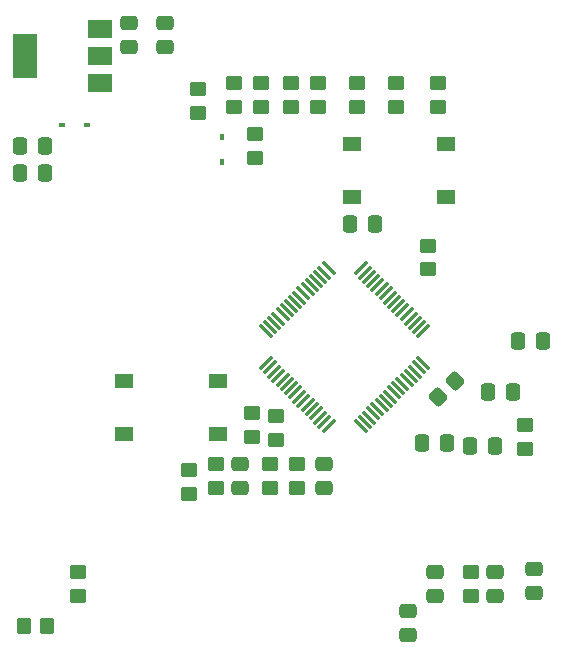
<source format=gtp>
%TF.GenerationSoftware,KiCad,Pcbnew,(6.0.4)*%
%TF.CreationDate,2022-04-18T09:54:31-07:00*%
%TF.ProjectId,stm32f091_project_condensed_v02,73746d33-3266-4303-9931-5f70726f6a65,v01*%
%TF.SameCoordinates,Original*%
%TF.FileFunction,Paste,Top*%
%TF.FilePolarity,Positive*%
%FSLAX46Y46*%
G04 Gerber Fmt 4.6, Leading zero omitted, Abs format (unit mm)*
G04 Created by KiCad (PCBNEW (6.0.4)) date 2022-04-18 09:54:31*
%MOMM*%
%LPD*%
G01*
G04 APERTURE LIST*
G04 Aperture macros list*
%AMRoundRect*
0 Rectangle with rounded corners*
0 $1 Rounding radius*
0 $2 $3 $4 $5 $6 $7 $8 $9 X,Y pos of 4 corners*
0 Add a 4 corners polygon primitive as box body*
4,1,4,$2,$3,$4,$5,$6,$7,$8,$9,$2,$3,0*
0 Add four circle primitives for the rounded corners*
1,1,$1+$1,$2,$3*
1,1,$1+$1,$4,$5*
1,1,$1+$1,$6,$7*
1,1,$1+$1,$8,$9*
0 Add four rect primitives between the rounded corners*
20,1,$1+$1,$2,$3,$4,$5,0*
20,1,$1+$1,$4,$5,$6,$7,0*
20,1,$1+$1,$6,$7,$8,$9,0*
20,1,$1+$1,$8,$9,$2,$3,0*%
G04 Aperture macros list end*
%ADD10RoundRect,0.250000X-0.337500X-0.475000X0.337500X-0.475000X0.337500X0.475000X-0.337500X0.475000X0*%
%ADD11RoundRect,0.250000X0.450000X-0.350000X0.450000X0.350000X-0.450000X0.350000X-0.450000X-0.350000X0*%
%ADD12RoundRect,0.250000X0.475000X-0.337500X0.475000X0.337500X-0.475000X0.337500X-0.475000X-0.337500X0*%
%ADD13RoundRect,0.250000X0.337500X0.475000X-0.337500X0.475000X-0.337500X-0.475000X0.337500X-0.475000X0*%
%ADD14R,0.450000X0.600000*%
%ADD15RoundRect,0.250000X-0.475000X0.337500X-0.475000X-0.337500X0.475000X-0.337500X0.475000X0.337500X0*%
%ADD16R,1.550000X1.300000*%
%ADD17RoundRect,0.250000X-0.450000X0.350000X-0.450000X-0.350000X0.450000X-0.350000X0.450000X0.350000X0*%
%ADD18RoundRect,0.075000X0.441942X0.548008X-0.548008X-0.441942X-0.441942X-0.548008X0.548008X0.441942X0*%
%ADD19RoundRect,0.075000X-0.441942X0.548008X-0.548008X0.441942X0.441942X-0.548008X0.548008X-0.441942X0*%
%ADD20R,2.000000X1.500000*%
%ADD21R,2.000000X3.800000*%
%ADD22RoundRect,0.250000X0.350000X0.450000X-0.350000X0.450000X-0.350000X-0.450000X0.350000X-0.450000X0*%
%ADD23R,0.600000X0.450000*%
%ADD24RoundRect,0.250000X0.070711X-0.565685X0.565685X-0.070711X-0.070711X0.565685X-0.565685X0.070711X0*%
G04 APERTURE END LIST*
D10*
%TO.C,C20*%
X134616120Y-116256760D03*
X136691120Y-116256760D03*
%TD*%
D11*
%TO.C,R18*%
X120921620Y-96428760D03*
X120921620Y-94428760D03*
%TD*%
D12*
%TO.C,C15*%
X132605620Y-137868260D03*
X132605620Y-135793260D03*
%TD*%
D13*
%TO.C,C4*%
X94527120Y-99746760D03*
X92452120Y-99746760D03*
%TD*%
D14*
%TO.C,D5*%
X109491620Y-101050760D03*
X109491620Y-98950760D03*
%TD*%
D10*
%TO.C,C16*%
X126488120Y-124892760D03*
X128563120Y-124892760D03*
%TD*%
D15*
%TO.C,C12*%
X118127620Y-126649260D03*
X118127620Y-128724260D03*
%TD*%
D16*
%TO.C,SW1*%
X101193620Y-124094760D03*
X109153620Y-124094760D03*
X109153620Y-119594760D03*
X101193620Y-119594760D03*
%TD*%
D11*
%TO.C,R3*%
X108983620Y-128686760D03*
X108983620Y-126686760D03*
%TD*%
D17*
%TO.C,R4*%
X106697620Y-127194760D03*
X106697620Y-129194760D03*
%TD*%
D11*
%TO.C,R8*%
X115841620Y-128686760D03*
X115841620Y-126686760D03*
%TD*%
D16*
%TO.C,SW2*%
X120497620Y-99528760D03*
X128457620Y-99528760D03*
X120497620Y-104028760D03*
X128457620Y-104028760D03*
%TD*%
D17*
%TO.C,R9*%
X130573620Y-135830760D03*
X130573620Y-137830760D03*
%TD*%
%TO.C,R5*%
X113555620Y-126686760D03*
X113555620Y-128686760D03*
%TD*%
%TO.C,R11*%
X107459620Y-94936760D03*
X107459620Y-96936760D03*
%TD*%
D10*
%TO.C,C19*%
X132076120Y-120574760D03*
X134151120Y-120574760D03*
%TD*%
D12*
%TO.C,C11*%
X125239620Y-141170260D03*
X125239620Y-139095260D03*
%TD*%
D18*
%TO.C,U3*%
X126570101Y-115403579D03*
X126216548Y-115050026D03*
X125862995Y-114696473D03*
X125509441Y-114342919D03*
X125155888Y-113989366D03*
X124802334Y-113635812D03*
X124448781Y-113282259D03*
X124095228Y-112928706D03*
X123741674Y-112575152D03*
X123388121Y-112221599D03*
X123034568Y-111868046D03*
X122681014Y-111514492D03*
X122327461Y-111160939D03*
X121973907Y-110807385D03*
X121620354Y-110453832D03*
X121266801Y-110100279D03*
D19*
X118544439Y-110100279D03*
X118190886Y-110453832D03*
X117837333Y-110807385D03*
X117483779Y-111160939D03*
X117130226Y-111514492D03*
X116776672Y-111868046D03*
X116423119Y-112221599D03*
X116069566Y-112575152D03*
X115716012Y-112928706D03*
X115362459Y-113282259D03*
X115008906Y-113635812D03*
X114655352Y-113989366D03*
X114301799Y-114342919D03*
X113948245Y-114696473D03*
X113594692Y-115050026D03*
X113241139Y-115403579D03*
D18*
X113241139Y-118125941D03*
X113594692Y-118479494D03*
X113948245Y-118833047D03*
X114301799Y-119186601D03*
X114655352Y-119540154D03*
X115008906Y-119893708D03*
X115362459Y-120247261D03*
X115716012Y-120600814D03*
X116069566Y-120954368D03*
X116423119Y-121307921D03*
X116776672Y-121661474D03*
X117130226Y-122015028D03*
X117483779Y-122368581D03*
X117837333Y-122722135D03*
X118190886Y-123075688D03*
X118544439Y-123429241D03*
D19*
X121266801Y-123429241D03*
X121620354Y-123075688D03*
X121973907Y-122722135D03*
X122327461Y-122368581D03*
X122681014Y-122015028D03*
X123034568Y-121661474D03*
X123388121Y-121307921D03*
X123741674Y-120954368D03*
X124095228Y-120600814D03*
X124448781Y-120247261D03*
X124802334Y-119893708D03*
X125155888Y-119540154D03*
X125509441Y-119186601D03*
X125862995Y-118833047D03*
X126216548Y-118479494D03*
X126570101Y-118125941D03*
%TD*%
D11*
%TO.C,R6*%
X112031620Y-124368760D03*
X112031620Y-122368760D03*
%TD*%
%TO.C,R19*%
X124223620Y-96428760D03*
X124223620Y-94428760D03*
%TD*%
D10*
%TO.C,C23*%
X120392120Y-106350760D03*
X122467120Y-106350760D03*
%TD*%
D13*
%TO.C,C2*%
X94527120Y-102032760D03*
X92452120Y-102032760D03*
%TD*%
D11*
%TO.C,R20*%
X127779620Y-96428760D03*
X127779620Y-94428760D03*
%TD*%
D20*
%TO.C,U1*%
X99179620Y-94426760D03*
D21*
X92879620Y-92126760D03*
D20*
X99179620Y-92126760D03*
X99179620Y-89826760D03*
%TD*%
D12*
%TO.C,C14*%
X135907620Y-137614260D03*
X135907620Y-135539260D03*
%TD*%
D22*
%TO.C,R1*%
X94743620Y-140386760D03*
X92743620Y-140386760D03*
%TD*%
D15*
%TO.C,C13*%
X127525620Y-135793260D03*
X127525620Y-137868260D03*
%TD*%
D17*
%TO.C,R21*%
X126987620Y-108174760D03*
X126987620Y-110174760D03*
%TD*%
D15*
%TO.C,C8*%
X101617620Y-89311260D03*
X101617620Y-91386260D03*
%TD*%
D23*
%TO.C,D2*%
X98095620Y-97968760D03*
X95995620Y-97968760D03*
%TD*%
D11*
%TO.C,R15*%
X112793620Y-96428760D03*
X112793620Y-94428760D03*
%TD*%
%TO.C,R16*%
X115333620Y-96428760D03*
X115333620Y-94428760D03*
%TD*%
D17*
%TO.C,R7*%
X114063620Y-122622760D03*
X114063620Y-124622760D03*
%TD*%
D10*
%TO.C,C17*%
X130552120Y-125146760D03*
X132627120Y-125146760D03*
%TD*%
D17*
%TO.C,R10*%
X135145620Y-123384760D03*
X135145620Y-125384760D03*
%TD*%
D11*
%TO.C,R17*%
X117619620Y-96428760D03*
X117619620Y-94428760D03*
%TD*%
%TO.C,R13*%
X112285620Y-100746760D03*
X112285620Y-98746760D03*
%TD*%
%TO.C,R14*%
X110507620Y-96428760D03*
X110507620Y-94428760D03*
%TD*%
D15*
%TO.C,C7*%
X111015620Y-126649260D03*
X111015620Y-128724260D03*
%TD*%
D11*
%TO.C,R2*%
X97299620Y-137830760D03*
X97299620Y-135830760D03*
%TD*%
D15*
%TO.C,C10*%
X104665620Y-89311260D03*
X104665620Y-91386260D03*
%TD*%
D24*
%TO.C,R12*%
X127834513Y-121027867D03*
X129248727Y-119613653D03*
%TD*%
M02*

</source>
